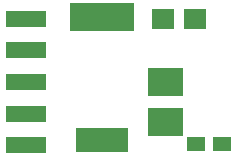
<source format=gbs>
G04 #@! TF.FileFunction,Soldermask,Bot*
%FSLAX46Y46*%
G04 Gerber Fmt 4.6, Leading zero omitted, Abs format (unit mm)*
G04 Created by KiCad (PCBNEW 4.0.4-stable) date 08/29/17 21:10:05*
%MOMM*%
%LPD*%
G01*
G04 APERTURE LIST*
%ADD10C,0.100000*%
%ADD11R,1.600000X1.300000*%
%ADD12R,1.900000X1.700000*%
%ADD13R,5.400000X2.400000*%
%ADD14R,4.400000X2.100000*%
%ADD15R,1.050000X2.400000*%
%ADD16R,3.400000X1.400000*%
G04 APERTURE END LIST*
D10*
D11*
X16637260Y-10104040D03*
X18837260Y-10104040D03*
D12*
X13787260Y445960D03*
X16487260Y445960D03*
D13*
X8637260Y595960D03*
D14*
X8637260Y-9754040D03*
D15*
X14987260Y-8264040D03*
X14037260Y-8264040D03*
X13087260Y-8264040D03*
X13087260Y-4844040D03*
X14037260Y-4844040D03*
X14987260Y-4844040D03*
D16*
X2187260Y-10204040D03*
X2187260Y-7554040D03*
X2187260Y-2204040D03*
X2187260Y-4854040D03*
X2187260Y445960D03*
M02*

</source>
